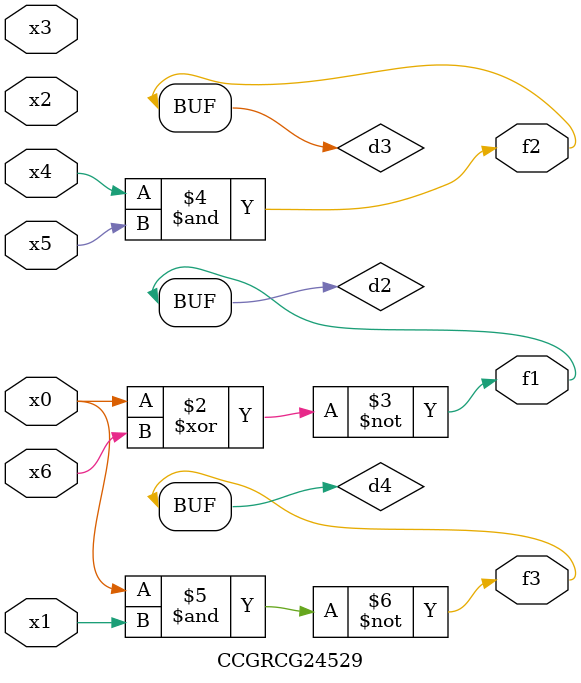
<source format=v>
module CCGRCG24529(
	input x0, x1, x2, x3, x4, x5, x6,
	output f1, f2, f3
);

	wire d1, d2, d3, d4;

	nor (d1, x0);
	xnor (d2, x0, x6);
	and (d3, x4, x5);
	nand (d4, x0, x1);
	assign f1 = d2;
	assign f2 = d3;
	assign f3 = d4;
endmodule

</source>
